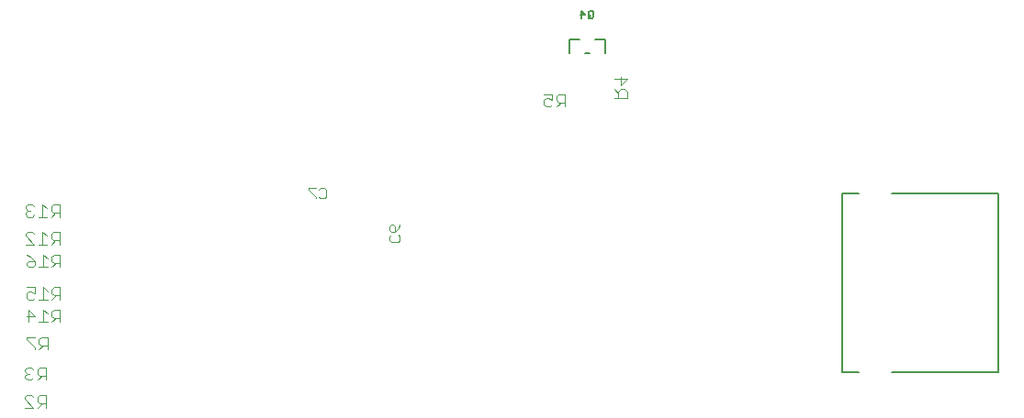
<source format=gbo>
G75*
G70*
%OFA0B0*%
%FSLAX24Y24*%
%IPPOS*%
%LPD*%
%AMOC8*
5,1,8,0,0,1.08239X$1,22.5*
%
%ADD10C,0.0030*%
%ADD11C,0.0040*%
%ADD12C,0.0080*%
%ADD13C,0.0060*%
D10*
X018907Y020063D02*
X018845Y020124D01*
X018845Y020248D01*
X018907Y020309D01*
X018907Y020431D02*
X018845Y020493D01*
X018845Y020616D01*
X018907Y020678D01*
X018968Y020678D01*
X019030Y020616D01*
X019030Y020431D01*
X018907Y020431D01*
X019030Y020431D02*
X019154Y020554D01*
X019215Y020678D01*
X019154Y020309D02*
X019215Y020248D01*
X019215Y020124D01*
X019154Y020063D01*
X018907Y020063D01*
X016521Y021698D02*
X016459Y021636D01*
X016336Y021636D01*
X016274Y021698D01*
X016153Y021698D02*
X016153Y021636D01*
X016153Y021698D02*
X015906Y021945D01*
X015906Y022006D01*
X016153Y022006D01*
X016274Y021945D02*
X016336Y022006D01*
X016459Y022006D01*
X016521Y021945D01*
X016521Y021698D01*
D11*
X005914Y014032D02*
X005607Y014032D01*
X005914Y014032D02*
X005607Y014339D01*
X005607Y014416D01*
X005684Y014493D01*
X005838Y014493D01*
X005914Y014416D01*
X006068Y014416D02*
X006068Y014263D01*
X006145Y014186D01*
X006375Y014186D01*
X006375Y014032D02*
X006375Y014493D01*
X006145Y014493D01*
X006068Y014416D01*
X006221Y014186D02*
X006068Y014032D01*
X006072Y015035D02*
X006225Y015188D01*
X006148Y015188D02*
X006379Y015188D01*
X006379Y015035D02*
X006379Y015495D01*
X006148Y015495D01*
X006072Y015419D01*
X006072Y015265D01*
X006148Y015188D01*
X005918Y015112D02*
X005841Y015035D01*
X005688Y015035D01*
X005611Y015112D01*
X005611Y015188D01*
X005688Y015265D01*
X005765Y015265D01*
X005688Y015265D02*
X005611Y015342D01*
X005611Y015419D01*
X005688Y015495D01*
X005841Y015495D01*
X005918Y015419D01*
X005964Y016135D02*
X005964Y016212D01*
X005657Y016519D01*
X005657Y016596D01*
X005964Y016596D01*
X006118Y016519D02*
X006118Y016365D01*
X006195Y016289D01*
X006425Y016289D01*
X006271Y016289D02*
X006118Y016135D01*
X006425Y016135D02*
X006425Y016596D01*
X006195Y016596D01*
X006118Y016519D01*
X006118Y017134D02*
X006425Y017134D01*
X006578Y017134D02*
X006732Y017287D01*
X006655Y017287D02*
X006885Y017287D01*
X006885Y017134D02*
X006885Y017594D01*
X006655Y017594D01*
X006578Y017517D01*
X006578Y017364D01*
X006655Y017287D01*
X006425Y017441D02*
X006271Y017594D01*
X006271Y017134D01*
X005964Y017364D02*
X005657Y017364D01*
X005734Y017134D02*
X005734Y017594D01*
X005964Y017364D01*
X005888Y017946D02*
X005964Y018023D01*
X005888Y017946D02*
X005734Y017946D01*
X005657Y018023D01*
X005657Y018176D01*
X005734Y018253D01*
X005811Y018253D01*
X005964Y018176D01*
X005964Y018407D01*
X005657Y018407D01*
X006271Y018407D02*
X006271Y017946D01*
X006118Y017946D02*
X006425Y017946D01*
X006578Y017946D02*
X006732Y018100D01*
X006655Y018100D02*
X006885Y018100D01*
X006885Y017946D02*
X006885Y018407D01*
X006655Y018407D01*
X006578Y018330D01*
X006578Y018176D01*
X006655Y018100D01*
X006425Y018253D02*
X006271Y018407D01*
X006271Y019134D02*
X006271Y019594D01*
X006425Y019441D01*
X006578Y019517D02*
X006578Y019364D01*
X006655Y019287D01*
X006885Y019287D01*
X006885Y019134D02*
X006885Y019594D01*
X006655Y019594D01*
X006578Y019517D01*
X006732Y019287D02*
X006578Y019134D01*
X006425Y019134D02*
X006118Y019134D01*
X005964Y019210D02*
X005964Y019364D01*
X005734Y019364D01*
X005657Y019287D01*
X005657Y019210D01*
X005734Y019134D01*
X005888Y019134D01*
X005964Y019210D01*
X005964Y019364D02*
X005811Y019517D01*
X005657Y019594D01*
X005632Y019960D02*
X005939Y019960D01*
X005632Y020267D01*
X005632Y020344D01*
X005709Y020421D01*
X005863Y020421D01*
X005939Y020344D01*
X006246Y020421D02*
X006246Y019960D01*
X006093Y019960D02*
X006400Y019960D01*
X006553Y019960D02*
X006707Y020114D01*
X006630Y020114D02*
X006860Y020114D01*
X006860Y019960D02*
X006860Y020421D01*
X006630Y020421D01*
X006553Y020344D01*
X006553Y020190D01*
X006630Y020114D01*
X006400Y020267D02*
X006246Y020421D01*
X006246Y020960D02*
X006246Y021421D01*
X006400Y021267D01*
X006553Y021344D02*
X006553Y021190D01*
X006630Y021114D01*
X006860Y021114D01*
X006707Y021114D02*
X006553Y020960D01*
X006400Y020960D02*
X006093Y020960D01*
X005939Y021037D02*
X005863Y020960D01*
X005709Y020960D01*
X005632Y021037D01*
X005632Y021114D01*
X005709Y021190D01*
X005786Y021190D01*
X005709Y021190D02*
X005632Y021267D01*
X005632Y021344D01*
X005709Y021421D01*
X005863Y021421D01*
X005939Y021344D01*
X006553Y021344D02*
X006630Y021421D01*
X006860Y021421D01*
X006860Y020960D01*
X024443Y025049D02*
X024519Y024972D01*
X024673Y024972D01*
X024749Y025049D01*
X024749Y025202D02*
X024596Y025279D01*
X024519Y025279D01*
X024443Y025202D01*
X024443Y025049D01*
X024749Y025202D02*
X024749Y025432D01*
X024443Y025432D01*
X024903Y025356D02*
X024903Y025202D01*
X024980Y025125D01*
X025210Y025125D01*
X025210Y024972D02*
X025210Y025432D01*
X024980Y025432D01*
X024903Y025356D01*
X025056Y025125D02*
X024903Y024972D01*
X026997Y025297D02*
X027457Y025297D01*
X027457Y025527D01*
X027380Y025604D01*
X027227Y025604D01*
X027150Y025527D01*
X027150Y025297D01*
X027150Y025450D02*
X026997Y025604D01*
X027227Y025757D02*
X027227Y026064D01*
X027457Y025987D02*
X027227Y025757D01*
X026997Y025987D02*
X027457Y025987D01*
D12*
X026673Y026910D02*
X026673Y027426D01*
X026296Y027426D01*
X026108Y026906D02*
X025927Y026906D01*
X025356Y026910D02*
X025356Y027426D01*
X025734Y027426D01*
X035274Y021813D02*
X035874Y021813D01*
X035274Y021813D02*
X035274Y015317D01*
X035874Y015317D01*
X037074Y015317D02*
X040943Y015317D01*
X040943Y021813D01*
X037074Y021813D01*
D13*
X026235Y028240D02*
X026191Y028196D01*
X026105Y028196D01*
X026061Y028240D01*
X026061Y028413D01*
X026105Y028457D01*
X026191Y028457D01*
X026235Y028413D01*
X026235Y028240D01*
X026148Y028283D02*
X026061Y028196D01*
X025940Y028327D02*
X025766Y028327D01*
X025810Y028457D02*
X025940Y028327D01*
X025810Y028457D02*
X025810Y028196D01*
M02*

</source>
